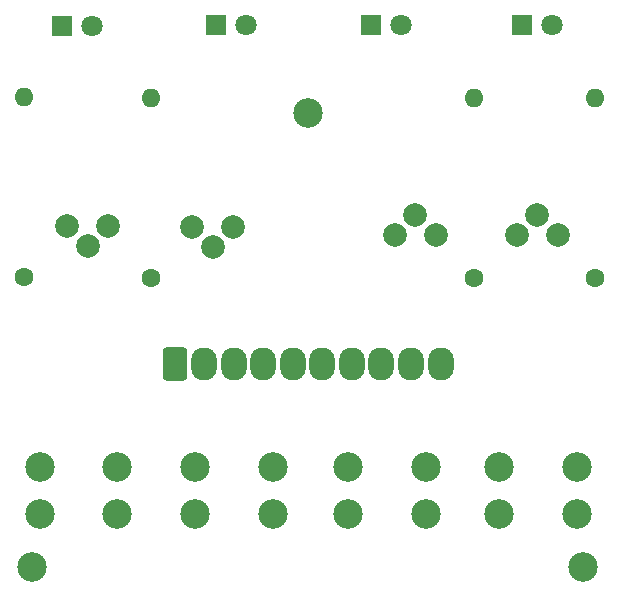
<source format=gbr>
G04 #@! TF.GenerationSoftware,KiCad,Pcbnew,(6.0.4)*
G04 #@! TF.CreationDate,2022-04-20T18:40:44+02:00*
G04 #@! TF.ProjectId,P_ytka_prze__cznika_NE068,50427974-6b61-45f7-9072-7a654205637a,rev?*
G04 #@! TF.SameCoordinates,Original*
G04 #@! TF.FileFunction,Soldermask,Bot*
G04 #@! TF.FilePolarity,Negative*
%FSLAX46Y46*%
G04 Gerber Fmt 4.6, Leading zero omitted, Abs format (unit mm)*
G04 Created by KiCad (PCBNEW (6.0.4)) date 2022-04-20 18:40:44*
%MOMM*%
%LPD*%
G01*
G04 APERTURE LIST*
G04 Aperture macros list*
%AMRoundRect*
0 Rectangle with rounded corners*
0 $1 Rounding radius*
0 $2 $3 $4 $5 $6 $7 $8 $9 X,Y pos of 4 corners*
0 Add a 4 corners polygon primitive as box body*
4,1,4,$2,$3,$4,$5,$6,$7,$8,$9,$2,$3,0*
0 Add four circle primitives for the rounded corners*
1,1,$1+$1,$2,$3*
1,1,$1+$1,$4,$5*
1,1,$1+$1,$6,$7*
1,1,$1+$1,$8,$9*
0 Add four rect primitives between the rounded corners*
20,1,$1+$1,$2,$3,$4,$5,0*
20,1,$1+$1,$4,$5,$6,$7,0*
20,1,$1+$1,$6,$7,$8,$9,0*
20,1,$1+$1,$8,$9,$2,$3,0*%
G04 Aperture macros list end*
%ADD10C,2.500000*%
%ADD11R,1.800000X1.800000*%
%ADD12C,1.800000*%
%ADD13C,1.600000*%
%ADD14O,1.600000X1.600000*%
%ADD15C,2.000000*%
%ADD16RoundRect,0.308824X-0.741176X-1.091176X0.741176X-1.091176X0.741176X1.091176X-0.741176X1.091176X0*%
%ADD17O,2.200000X2.800000*%
G04 APERTURE END LIST*
D10*
G04 #@! TO.C,REF\u002A\u002A*
X106700000Y-121000000D03*
G04 #@! TD*
D11*
G04 #@! TO.C,D3*
X135325000Y-75100000D03*
D12*
X137865000Y-75100000D03*
G04 #@! TD*
D13*
G04 #@! TO.C,R1*
X106000000Y-96420000D03*
D14*
X106000000Y-81180000D03*
G04 #@! TD*
D10*
G04 #@! TO.C,SW2*
X127100000Y-116500000D03*
X120500000Y-116500000D03*
X127100000Y-112500000D03*
X120500000Y-112500000D03*
G04 #@! TD*
D11*
G04 #@! TO.C,D1*
X109225000Y-75200000D03*
D12*
X111765000Y-75200000D03*
G04 #@! TD*
D13*
G04 #@! TO.C,R2*
X116700000Y-96520000D03*
D14*
X116700000Y-81280000D03*
G04 #@! TD*
D15*
G04 #@! TO.C,Q1*
X113100000Y-92100000D03*
X111400000Y-93800000D03*
X109600000Y-92100000D03*
G04 #@! TD*
D11*
G04 #@! TO.C,D4*
X148125000Y-75100000D03*
D12*
X150665000Y-75100000D03*
G04 #@! TD*
D13*
G04 #@! TO.C,R4*
X154300000Y-96500000D03*
D14*
X154300000Y-81260000D03*
G04 #@! TD*
D10*
G04 #@! TO.C,REF\u002A\u002A*
X130000000Y-82600000D03*
G04 #@! TD*
G04 #@! TO.C,SW1*
X113900000Y-116500000D03*
X107300000Y-116500000D03*
X113900000Y-112500000D03*
X107300000Y-112500000D03*
G04 #@! TD*
D15*
G04 #@! TO.C,Q4*
X147700000Y-92900000D03*
X149400000Y-91200000D03*
X151200000Y-92900000D03*
G04 #@! TD*
D13*
G04 #@! TO.C,R3*
X144100000Y-96520000D03*
D14*
X144100000Y-81280000D03*
G04 #@! TD*
D15*
G04 #@! TO.C,Q3*
X137400000Y-92900000D03*
X139100000Y-91200000D03*
X140900000Y-92900000D03*
G04 #@! TD*
D10*
G04 #@! TO.C,SW4*
X152800000Y-116500000D03*
X146200000Y-116500000D03*
X152800000Y-112500000D03*
X146200000Y-112500000D03*
G04 #@! TD*
G04 #@! TO.C,REF\u002A\u002A*
X153300000Y-121000000D03*
G04 #@! TD*
D11*
G04 #@! TO.C,D2*
X122225000Y-75100000D03*
D12*
X124765000Y-75100000D03*
G04 #@! TD*
D16*
G04 #@! TO.C,J1*
X118750000Y-103800000D03*
D17*
X121250000Y-103800000D03*
X123750000Y-103800000D03*
X126250000Y-103800000D03*
X128750000Y-103800000D03*
X131250000Y-103800000D03*
X133750000Y-103800000D03*
X136250000Y-103800000D03*
X138750000Y-103800000D03*
X141250000Y-103800000D03*
G04 #@! TD*
D15*
G04 #@! TO.C,Q2*
X123700000Y-92200000D03*
X122000000Y-93900000D03*
X120200000Y-92200000D03*
G04 #@! TD*
D10*
G04 #@! TO.C,SW3*
X140000000Y-116500000D03*
X133400000Y-116500000D03*
X140000000Y-112500000D03*
X133400000Y-112500000D03*
G04 #@! TD*
M02*

</source>
